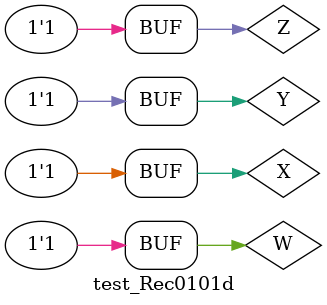
<source format=v>

module Rec0101d (output s, 
                 input  X, 
                 input  Y, 
                 input  W, 
                 input  Z);
    wire term1, term2, term3, term4, term5; // Saídas dos termos

    // Termos da expressão
    assign term1 = X | Y;                   // X + Y
    assign term2 = X | ~Z;                  // X + not(Z)
    assign term3 = X | ~W;                  // X + not(W)
    assign term4 = ~W | ~Z;                 // not(W) + not(Z)
    assign term5 = Y | ~W;                  // Y + not(W)

    // Saída da expressão
    assign s = term1 & term2 & term3 & term4 & term5; // (X + Y) . (X + not(Z)) . (X + not(W)) . (not(W) + not(Z)) . (Y + not(W))
endmodule 

module test_Rec0101d; 
// ------------------------- definir dados 
    reg  X; 
    reg  Y; 
    reg  W; 
    reg  Z; 
    wire s;  

    Rec0101d modulo06 (s, X, Y, W, Z); 

// ------------------------- parte principal 
    initial 
    begin : main 
        $display("Rec0101d - Cauã Costa Alves - 855926"); 
        $display("   X    Y    W    Z    s"); 
        
        $monitor("%4b %4b %4b %4b %4b", X, Y, W, Z, s); 

        X = 1'b0;  Y = 1'b0;  W = 1'b0;  Z = 1'b0;
        #1      X = 1'b0;  Y = 1'b0;  W = 1'b0;  Z = 1'b1;
        #1      X = 1'b0;  Y = 1'b0;  W = 1'b1;  Z = 1'b0;
        #1      X = 1'b0;  Y = 1'b0;  W = 1'b1;  Z = 1'b1;
        #1      X = 1'b0;  Y = 1'b1;  W = 1'b0;  Z = 1'b0;
        #1      X = 1'b0;  Y = 1'b1;  W = 1'b0;  Z = 1'b1;
        #1      X = 1'b0;  Y = 1'b1;  W = 1'b1;  Z = 1'b0;
        #1      X = 1'b0;  Y = 1'b1;  W = 1'b1;  Z = 1'b1;
        #1      X = 1'b1;  Y = 1'b0;  W = 1'b0;  Z = 1'b0;
        #1      X = 1'b1;  Y = 1'b0;  W = 1'b0;  Z = 1'b1;
        #1      X = 1'b1;  Y = 1'b0;  W = 1'b1;  Z = 1'b0;
        #1      X = 1'b1;  Y = 1'b0;  W = 1'b1;  Z = 1'b1;
        #1      X = 1'b1;  Y = 1'b1;  W = 1'b0;  Z = 1'b0;
        #1      X = 1'b1;  Y = 1'b1;  W = 1'b0;  Z = 1'b1;
        #1      X = 1'b1;  Y = 1'b1;  W = 1'b1;  Z = 1'b0;
        #1      X = 1'b1;  Y = 1'b1;  W = 1'b1;  Z = 1'b1;
    end 

endmodule  

</source>
